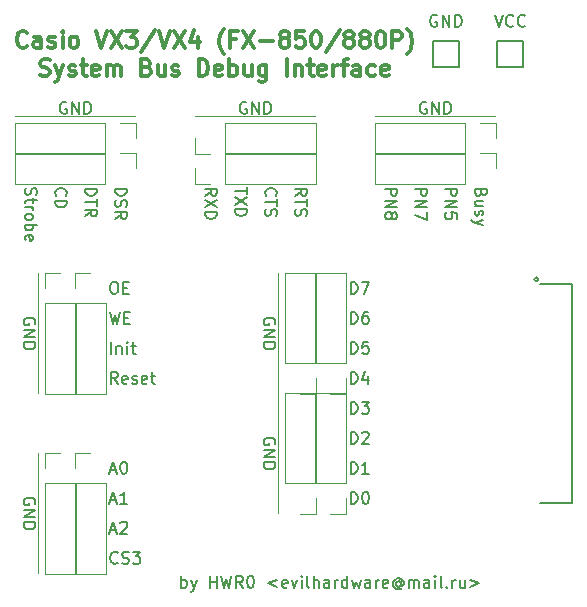
<source format=gbr>
G04 #@! TF.GenerationSoftware,KiCad,Pcbnew,(5.1.5)-3*
G04 #@! TF.CreationDate,2020-01-25T21:01:36+03:00*
G04 #@! TF.ProjectId,Casio VX Debug Unit,43617369-6f20-4565-9820-446562756720,rev?*
G04 #@! TF.SameCoordinates,Original*
G04 #@! TF.FileFunction,Legend,Top*
G04 #@! TF.FilePolarity,Positive*
%FSLAX46Y46*%
G04 Gerber Fmt 4.6, Leading zero omitted, Abs format (unit mm)*
G04 Created by KiCad (PCBNEW (5.1.5)-3) date 2020-01-25 21:01:36*
%MOMM*%
%LPD*%
G04 APERTURE LIST*
%ADD10C,0.150000*%
%ADD11C,0.300000*%
%ADD12C,0.120000*%
G04 APERTURE END LIST*
D10*
X185500952Y-126944380D02*
X185500952Y-125944380D01*
X185500952Y-126325333D02*
X185596190Y-126277714D01*
X185786666Y-126277714D01*
X185881904Y-126325333D01*
X185929523Y-126372952D01*
X185977142Y-126468190D01*
X185977142Y-126753904D01*
X185929523Y-126849142D01*
X185881904Y-126896761D01*
X185786666Y-126944380D01*
X185596190Y-126944380D01*
X185500952Y-126896761D01*
X186310476Y-126277714D02*
X186548571Y-126944380D01*
X186786666Y-126277714D02*
X186548571Y-126944380D01*
X186453333Y-127182476D01*
X186405714Y-127230095D01*
X186310476Y-127277714D01*
X187929523Y-126944380D02*
X187929523Y-125944380D01*
X187929523Y-126420571D02*
X188500952Y-126420571D01*
X188500952Y-126944380D02*
X188500952Y-125944380D01*
X188881904Y-125944380D02*
X189120000Y-126944380D01*
X189310476Y-126230095D01*
X189500952Y-126944380D01*
X189739047Y-125944380D01*
X190691428Y-126944380D02*
X190358095Y-126468190D01*
X190120000Y-126944380D02*
X190120000Y-125944380D01*
X190500952Y-125944380D01*
X190596190Y-125992000D01*
X190643809Y-126039619D01*
X190691428Y-126134857D01*
X190691428Y-126277714D01*
X190643809Y-126372952D01*
X190596190Y-126420571D01*
X190500952Y-126468190D01*
X190120000Y-126468190D01*
X191310476Y-125944380D02*
X191405714Y-125944380D01*
X191500952Y-125992000D01*
X191548571Y-126039619D01*
X191596190Y-126134857D01*
X191643809Y-126325333D01*
X191643809Y-126563428D01*
X191596190Y-126753904D01*
X191548571Y-126849142D01*
X191500952Y-126896761D01*
X191405714Y-126944380D01*
X191310476Y-126944380D01*
X191215238Y-126896761D01*
X191167619Y-126849142D01*
X191120000Y-126753904D01*
X191072380Y-126563428D01*
X191072380Y-126325333D01*
X191120000Y-126134857D01*
X191167619Y-126039619D01*
X191215238Y-125992000D01*
X191310476Y-125944380D01*
X193596190Y-126277714D02*
X192834285Y-126563428D01*
X193596190Y-126849142D01*
X194453333Y-126896761D02*
X194358095Y-126944380D01*
X194167619Y-126944380D01*
X194072380Y-126896761D01*
X194024761Y-126801523D01*
X194024761Y-126420571D01*
X194072380Y-126325333D01*
X194167619Y-126277714D01*
X194358095Y-126277714D01*
X194453333Y-126325333D01*
X194500952Y-126420571D01*
X194500952Y-126515809D01*
X194024761Y-126611047D01*
X194834285Y-126277714D02*
X195072380Y-126944380D01*
X195310476Y-126277714D01*
X195691428Y-126944380D02*
X195691428Y-126277714D01*
X195691428Y-125944380D02*
X195643809Y-125992000D01*
X195691428Y-126039619D01*
X195739047Y-125992000D01*
X195691428Y-125944380D01*
X195691428Y-126039619D01*
X196310476Y-126944380D02*
X196215238Y-126896761D01*
X196167619Y-126801523D01*
X196167619Y-125944380D01*
X196691428Y-126944380D02*
X196691428Y-125944380D01*
X197120000Y-126944380D02*
X197120000Y-126420571D01*
X197072380Y-126325333D01*
X196977142Y-126277714D01*
X196834285Y-126277714D01*
X196739047Y-126325333D01*
X196691428Y-126372952D01*
X198024761Y-126944380D02*
X198024761Y-126420571D01*
X197977142Y-126325333D01*
X197881904Y-126277714D01*
X197691428Y-126277714D01*
X197596190Y-126325333D01*
X198024761Y-126896761D02*
X197929523Y-126944380D01*
X197691428Y-126944380D01*
X197596190Y-126896761D01*
X197548571Y-126801523D01*
X197548571Y-126706285D01*
X197596190Y-126611047D01*
X197691428Y-126563428D01*
X197929523Y-126563428D01*
X198024761Y-126515809D01*
X198500952Y-126944380D02*
X198500952Y-126277714D01*
X198500952Y-126468190D02*
X198548571Y-126372952D01*
X198596190Y-126325333D01*
X198691428Y-126277714D01*
X198786666Y-126277714D01*
X199548571Y-126944380D02*
X199548571Y-125944380D01*
X199548571Y-126896761D02*
X199453333Y-126944380D01*
X199262857Y-126944380D01*
X199167619Y-126896761D01*
X199120000Y-126849142D01*
X199072380Y-126753904D01*
X199072380Y-126468190D01*
X199120000Y-126372952D01*
X199167619Y-126325333D01*
X199262857Y-126277714D01*
X199453333Y-126277714D01*
X199548571Y-126325333D01*
X199929523Y-126277714D02*
X200120000Y-126944380D01*
X200310476Y-126468190D01*
X200500952Y-126944380D01*
X200691428Y-126277714D01*
X201500952Y-126944380D02*
X201500952Y-126420571D01*
X201453333Y-126325333D01*
X201358095Y-126277714D01*
X201167619Y-126277714D01*
X201072380Y-126325333D01*
X201500952Y-126896761D02*
X201405714Y-126944380D01*
X201167619Y-126944380D01*
X201072380Y-126896761D01*
X201024761Y-126801523D01*
X201024761Y-126706285D01*
X201072380Y-126611047D01*
X201167619Y-126563428D01*
X201405714Y-126563428D01*
X201500952Y-126515809D01*
X201977142Y-126944380D02*
X201977142Y-126277714D01*
X201977142Y-126468190D02*
X202024761Y-126372952D01*
X202072380Y-126325333D01*
X202167619Y-126277714D01*
X202262857Y-126277714D01*
X202977142Y-126896761D02*
X202881904Y-126944380D01*
X202691428Y-126944380D01*
X202596190Y-126896761D01*
X202548571Y-126801523D01*
X202548571Y-126420571D01*
X202596190Y-126325333D01*
X202691428Y-126277714D01*
X202881904Y-126277714D01*
X202977142Y-126325333D01*
X203024761Y-126420571D01*
X203024761Y-126515809D01*
X202548571Y-126611047D01*
X204072380Y-126468190D02*
X204024761Y-126420571D01*
X203929523Y-126372952D01*
X203834285Y-126372952D01*
X203739047Y-126420571D01*
X203691428Y-126468190D01*
X203643809Y-126563428D01*
X203643809Y-126658666D01*
X203691428Y-126753904D01*
X203739047Y-126801523D01*
X203834285Y-126849142D01*
X203929523Y-126849142D01*
X204024761Y-126801523D01*
X204072380Y-126753904D01*
X204072380Y-126372952D02*
X204072380Y-126753904D01*
X204120000Y-126801523D01*
X204167619Y-126801523D01*
X204262857Y-126753904D01*
X204310476Y-126658666D01*
X204310476Y-126420571D01*
X204215238Y-126277714D01*
X204072380Y-126182476D01*
X203881904Y-126134857D01*
X203691428Y-126182476D01*
X203548571Y-126277714D01*
X203453333Y-126420571D01*
X203405714Y-126611047D01*
X203453333Y-126801523D01*
X203548571Y-126944380D01*
X203691428Y-127039619D01*
X203881904Y-127087238D01*
X204072380Y-127039619D01*
X204215238Y-126944380D01*
X204739047Y-126944380D02*
X204739047Y-126277714D01*
X204739047Y-126372952D02*
X204786666Y-126325333D01*
X204881904Y-126277714D01*
X205024761Y-126277714D01*
X205120000Y-126325333D01*
X205167619Y-126420571D01*
X205167619Y-126944380D01*
X205167619Y-126420571D02*
X205215238Y-126325333D01*
X205310476Y-126277714D01*
X205453333Y-126277714D01*
X205548571Y-126325333D01*
X205596190Y-126420571D01*
X205596190Y-126944380D01*
X206500952Y-126944380D02*
X206500952Y-126420571D01*
X206453333Y-126325333D01*
X206358095Y-126277714D01*
X206167619Y-126277714D01*
X206072380Y-126325333D01*
X206500952Y-126896761D02*
X206405714Y-126944380D01*
X206167619Y-126944380D01*
X206072380Y-126896761D01*
X206024761Y-126801523D01*
X206024761Y-126706285D01*
X206072380Y-126611047D01*
X206167619Y-126563428D01*
X206405714Y-126563428D01*
X206500952Y-126515809D01*
X206977142Y-126944380D02*
X206977142Y-126277714D01*
X206977142Y-125944380D02*
X206929523Y-125992000D01*
X206977142Y-126039619D01*
X207024761Y-125992000D01*
X206977142Y-125944380D01*
X206977142Y-126039619D01*
X207596190Y-126944380D02*
X207500952Y-126896761D01*
X207453333Y-126801523D01*
X207453333Y-125944380D01*
X207977142Y-126849142D02*
X208024761Y-126896761D01*
X207977142Y-126944380D01*
X207929523Y-126896761D01*
X207977142Y-126849142D01*
X207977142Y-126944380D01*
X208453333Y-126944380D02*
X208453333Y-126277714D01*
X208453333Y-126468190D02*
X208500952Y-126372952D01*
X208548571Y-126325333D01*
X208643809Y-126277714D01*
X208739047Y-126277714D01*
X209500952Y-126277714D02*
X209500952Y-126944380D01*
X209072380Y-126277714D02*
X209072380Y-126801523D01*
X209120000Y-126896761D01*
X209215238Y-126944380D01*
X209358095Y-126944380D01*
X209453333Y-126896761D01*
X209500952Y-126849142D01*
X209977142Y-126277714D02*
X210739047Y-126563428D01*
X209977142Y-126849142D01*
D11*
X172441000Y-81088000D02*
X172374333Y-81154666D01*
X172174333Y-81221333D01*
X172041000Y-81221333D01*
X171841000Y-81154666D01*
X171707666Y-81021333D01*
X171641000Y-80888000D01*
X171574333Y-80621333D01*
X171574333Y-80421333D01*
X171641000Y-80154666D01*
X171707666Y-80021333D01*
X171841000Y-79888000D01*
X172041000Y-79821333D01*
X172174333Y-79821333D01*
X172374333Y-79888000D01*
X172441000Y-79954666D01*
X173641000Y-81221333D02*
X173641000Y-80488000D01*
X173574333Y-80354666D01*
X173441000Y-80288000D01*
X173174333Y-80288000D01*
X173041000Y-80354666D01*
X173641000Y-81154666D02*
X173507666Y-81221333D01*
X173174333Y-81221333D01*
X173041000Y-81154666D01*
X172974333Y-81021333D01*
X172974333Y-80888000D01*
X173041000Y-80754666D01*
X173174333Y-80688000D01*
X173507666Y-80688000D01*
X173641000Y-80621333D01*
X174241000Y-81154666D02*
X174374333Y-81221333D01*
X174641000Y-81221333D01*
X174774333Y-81154666D01*
X174841000Y-81021333D01*
X174841000Y-80954666D01*
X174774333Y-80821333D01*
X174641000Y-80754666D01*
X174441000Y-80754666D01*
X174307666Y-80688000D01*
X174241000Y-80554666D01*
X174241000Y-80488000D01*
X174307666Y-80354666D01*
X174441000Y-80288000D01*
X174641000Y-80288000D01*
X174774333Y-80354666D01*
X175441000Y-81221333D02*
X175441000Y-80288000D01*
X175441000Y-79821333D02*
X175374333Y-79888000D01*
X175441000Y-79954666D01*
X175507666Y-79888000D01*
X175441000Y-79821333D01*
X175441000Y-79954666D01*
X176307666Y-81221333D02*
X176174333Y-81154666D01*
X176107666Y-81088000D01*
X176041000Y-80954666D01*
X176041000Y-80554666D01*
X176107666Y-80421333D01*
X176174333Y-80354666D01*
X176307666Y-80288000D01*
X176507666Y-80288000D01*
X176641000Y-80354666D01*
X176707666Y-80421333D01*
X176774333Y-80554666D01*
X176774333Y-80954666D01*
X176707666Y-81088000D01*
X176641000Y-81154666D01*
X176507666Y-81221333D01*
X176307666Y-81221333D01*
X178241000Y-79821333D02*
X178707666Y-81221333D01*
X179174333Y-79821333D01*
X179507666Y-79821333D02*
X180441000Y-81221333D01*
X180441000Y-79821333D02*
X179507666Y-81221333D01*
X180841000Y-79821333D02*
X181707666Y-79821333D01*
X181241000Y-80354666D01*
X181441000Y-80354666D01*
X181574333Y-80421333D01*
X181641000Y-80488000D01*
X181707666Y-80621333D01*
X181707666Y-80954666D01*
X181641000Y-81088000D01*
X181574333Y-81154666D01*
X181441000Y-81221333D01*
X181041000Y-81221333D01*
X180907666Y-81154666D01*
X180841000Y-81088000D01*
X183307666Y-79754666D02*
X182107666Y-81554666D01*
X183574333Y-79821333D02*
X184041000Y-81221333D01*
X184507666Y-79821333D01*
X184841000Y-79821333D02*
X185774333Y-81221333D01*
X185774333Y-79821333D02*
X184841000Y-81221333D01*
X186907666Y-80288000D02*
X186907666Y-81221333D01*
X186574333Y-79754666D02*
X186241000Y-80754666D01*
X187107666Y-80754666D01*
X189107666Y-81754666D02*
X189041000Y-81688000D01*
X188907666Y-81488000D01*
X188841000Y-81354666D01*
X188774333Y-81154666D01*
X188707666Y-80821333D01*
X188707666Y-80554666D01*
X188774333Y-80221333D01*
X188841000Y-80021333D01*
X188907666Y-79888000D01*
X189041000Y-79688000D01*
X189107666Y-79621333D01*
X190107666Y-80488000D02*
X189641000Y-80488000D01*
X189641000Y-81221333D02*
X189641000Y-79821333D01*
X190307666Y-79821333D01*
X190707666Y-79821333D02*
X191641000Y-81221333D01*
X191641000Y-79821333D02*
X190707666Y-81221333D01*
X192174333Y-80688000D02*
X193241000Y-80688000D01*
X194107666Y-80421333D02*
X193974333Y-80354666D01*
X193907666Y-80288000D01*
X193841000Y-80154666D01*
X193841000Y-80088000D01*
X193907666Y-79954666D01*
X193974333Y-79888000D01*
X194107666Y-79821333D01*
X194374333Y-79821333D01*
X194507666Y-79888000D01*
X194574333Y-79954666D01*
X194641000Y-80088000D01*
X194641000Y-80154666D01*
X194574333Y-80288000D01*
X194507666Y-80354666D01*
X194374333Y-80421333D01*
X194107666Y-80421333D01*
X193974333Y-80488000D01*
X193907666Y-80554666D01*
X193841000Y-80688000D01*
X193841000Y-80954666D01*
X193907666Y-81088000D01*
X193974333Y-81154666D01*
X194107666Y-81221333D01*
X194374333Y-81221333D01*
X194507666Y-81154666D01*
X194574333Y-81088000D01*
X194641000Y-80954666D01*
X194641000Y-80688000D01*
X194574333Y-80554666D01*
X194507666Y-80488000D01*
X194374333Y-80421333D01*
X195907666Y-79821333D02*
X195241000Y-79821333D01*
X195174333Y-80488000D01*
X195241000Y-80421333D01*
X195374333Y-80354666D01*
X195707666Y-80354666D01*
X195841000Y-80421333D01*
X195907666Y-80488000D01*
X195974333Y-80621333D01*
X195974333Y-80954666D01*
X195907666Y-81088000D01*
X195841000Y-81154666D01*
X195707666Y-81221333D01*
X195374333Y-81221333D01*
X195241000Y-81154666D01*
X195174333Y-81088000D01*
X196841000Y-79821333D02*
X196974333Y-79821333D01*
X197107666Y-79888000D01*
X197174333Y-79954666D01*
X197241000Y-80088000D01*
X197307666Y-80354666D01*
X197307666Y-80688000D01*
X197241000Y-80954666D01*
X197174333Y-81088000D01*
X197107666Y-81154666D01*
X196974333Y-81221333D01*
X196841000Y-81221333D01*
X196707666Y-81154666D01*
X196641000Y-81088000D01*
X196574333Y-80954666D01*
X196507666Y-80688000D01*
X196507666Y-80354666D01*
X196574333Y-80088000D01*
X196641000Y-79954666D01*
X196707666Y-79888000D01*
X196841000Y-79821333D01*
X198907666Y-79754666D02*
X197707666Y-81554666D01*
X199574333Y-80421333D02*
X199441000Y-80354666D01*
X199374333Y-80288000D01*
X199307666Y-80154666D01*
X199307666Y-80088000D01*
X199374333Y-79954666D01*
X199441000Y-79888000D01*
X199574333Y-79821333D01*
X199841000Y-79821333D01*
X199974333Y-79888000D01*
X200041000Y-79954666D01*
X200107666Y-80088000D01*
X200107666Y-80154666D01*
X200041000Y-80288000D01*
X199974333Y-80354666D01*
X199841000Y-80421333D01*
X199574333Y-80421333D01*
X199441000Y-80488000D01*
X199374333Y-80554666D01*
X199307666Y-80688000D01*
X199307666Y-80954666D01*
X199374333Y-81088000D01*
X199441000Y-81154666D01*
X199574333Y-81221333D01*
X199841000Y-81221333D01*
X199974333Y-81154666D01*
X200041000Y-81088000D01*
X200107666Y-80954666D01*
X200107666Y-80688000D01*
X200041000Y-80554666D01*
X199974333Y-80488000D01*
X199841000Y-80421333D01*
X200907666Y-80421333D02*
X200774333Y-80354666D01*
X200707666Y-80288000D01*
X200641000Y-80154666D01*
X200641000Y-80088000D01*
X200707666Y-79954666D01*
X200774333Y-79888000D01*
X200907666Y-79821333D01*
X201174333Y-79821333D01*
X201307666Y-79888000D01*
X201374333Y-79954666D01*
X201441000Y-80088000D01*
X201441000Y-80154666D01*
X201374333Y-80288000D01*
X201307666Y-80354666D01*
X201174333Y-80421333D01*
X200907666Y-80421333D01*
X200774333Y-80488000D01*
X200707666Y-80554666D01*
X200641000Y-80688000D01*
X200641000Y-80954666D01*
X200707666Y-81088000D01*
X200774333Y-81154666D01*
X200907666Y-81221333D01*
X201174333Y-81221333D01*
X201307666Y-81154666D01*
X201374333Y-81088000D01*
X201441000Y-80954666D01*
X201441000Y-80688000D01*
X201374333Y-80554666D01*
X201307666Y-80488000D01*
X201174333Y-80421333D01*
X202307666Y-79821333D02*
X202440999Y-79821333D01*
X202574333Y-79888000D01*
X202640999Y-79954666D01*
X202707666Y-80088000D01*
X202774333Y-80354666D01*
X202774333Y-80688000D01*
X202707666Y-80954666D01*
X202640999Y-81088000D01*
X202574333Y-81154666D01*
X202440999Y-81221333D01*
X202307666Y-81221333D01*
X202174333Y-81154666D01*
X202107666Y-81088000D01*
X202040999Y-80954666D01*
X201974333Y-80688000D01*
X201974333Y-80354666D01*
X202040999Y-80088000D01*
X202107666Y-79954666D01*
X202174333Y-79888000D01*
X202307666Y-79821333D01*
X203374333Y-81221333D02*
X203374333Y-79821333D01*
X203907666Y-79821333D01*
X204040999Y-79888000D01*
X204107666Y-79954666D01*
X204174333Y-80088000D01*
X204174333Y-80288000D01*
X204107666Y-80421333D01*
X204040999Y-80488000D01*
X203907666Y-80554666D01*
X203374333Y-80554666D01*
X204640999Y-81754666D02*
X204707666Y-81688000D01*
X204840999Y-81488000D01*
X204907666Y-81354666D01*
X204974333Y-81154666D01*
X205041000Y-80821333D01*
X205041000Y-80554666D01*
X204974333Y-80221333D01*
X204907666Y-80021333D01*
X204840999Y-79888000D01*
X204707666Y-79688000D01*
X204640999Y-79621333D01*
X173574333Y-83554666D02*
X173774333Y-83621333D01*
X174107666Y-83621333D01*
X174241000Y-83554666D01*
X174307666Y-83488000D01*
X174374333Y-83354666D01*
X174374333Y-83221333D01*
X174307666Y-83088000D01*
X174241000Y-83021333D01*
X174107666Y-82954666D01*
X173841000Y-82888000D01*
X173707666Y-82821333D01*
X173641000Y-82754666D01*
X173574333Y-82621333D01*
X173574333Y-82488000D01*
X173641000Y-82354666D01*
X173707666Y-82288000D01*
X173841000Y-82221333D01*
X174174333Y-82221333D01*
X174374333Y-82288000D01*
X174841000Y-82688000D02*
X175174333Y-83621333D01*
X175507666Y-82688000D02*
X175174333Y-83621333D01*
X175041000Y-83954666D01*
X174974333Y-84021333D01*
X174841000Y-84088000D01*
X175974333Y-83554666D02*
X176107666Y-83621333D01*
X176374333Y-83621333D01*
X176507666Y-83554666D01*
X176574333Y-83421333D01*
X176574333Y-83354666D01*
X176507666Y-83221333D01*
X176374333Y-83154666D01*
X176174333Y-83154666D01*
X176041000Y-83088000D01*
X175974333Y-82954666D01*
X175974333Y-82888000D01*
X176041000Y-82754666D01*
X176174333Y-82688000D01*
X176374333Y-82688000D01*
X176507666Y-82754666D01*
X176974333Y-82688000D02*
X177507666Y-82688000D01*
X177174333Y-82221333D02*
X177174333Y-83421333D01*
X177241000Y-83554666D01*
X177374333Y-83621333D01*
X177507666Y-83621333D01*
X178507666Y-83554666D02*
X178374333Y-83621333D01*
X178107666Y-83621333D01*
X177974333Y-83554666D01*
X177907666Y-83421333D01*
X177907666Y-82888000D01*
X177974333Y-82754666D01*
X178107666Y-82688000D01*
X178374333Y-82688000D01*
X178507666Y-82754666D01*
X178574333Y-82888000D01*
X178574333Y-83021333D01*
X177907666Y-83154666D01*
X179174333Y-83621333D02*
X179174333Y-82688000D01*
X179174333Y-82821333D02*
X179241000Y-82754666D01*
X179374333Y-82688000D01*
X179574333Y-82688000D01*
X179707666Y-82754666D01*
X179774333Y-82888000D01*
X179774333Y-83621333D01*
X179774333Y-82888000D02*
X179841000Y-82754666D01*
X179974333Y-82688000D01*
X180174333Y-82688000D01*
X180307666Y-82754666D01*
X180374333Y-82888000D01*
X180374333Y-83621333D01*
X182574333Y-82888000D02*
X182774333Y-82954666D01*
X182841000Y-83021333D01*
X182907666Y-83154666D01*
X182907666Y-83354666D01*
X182841000Y-83488000D01*
X182774333Y-83554666D01*
X182641000Y-83621333D01*
X182107666Y-83621333D01*
X182107666Y-82221333D01*
X182574333Y-82221333D01*
X182707666Y-82288000D01*
X182774333Y-82354666D01*
X182841000Y-82488000D01*
X182841000Y-82621333D01*
X182774333Y-82754666D01*
X182707666Y-82821333D01*
X182574333Y-82888000D01*
X182107666Y-82888000D01*
X184107666Y-82688000D02*
X184107666Y-83621333D01*
X183507666Y-82688000D02*
X183507666Y-83421333D01*
X183574333Y-83554666D01*
X183707666Y-83621333D01*
X183907666Y-83621333D01*
X184041000Y-83554666D01*
X184107666Y-83488000D01*
X184707666Y-83554666D02*
X184841000Y-83621333D01*
X185107666Y-83621333D01*
X185241000Y-83554666D01*
X185307666Y-83421333D01*
X185307666Y-83354666D01*
X185241000Y-83221333D01*
X185107666Y-83154666D01*
X184907666Y-83154666D01*
X184774333Y-83088000D01*
X184707666Y-82954666D01*
X184707666Y-82888000D01*
X184774333Y-82754666D01*
X184907666Y-82688000D01*
X185107666Y-82688000D01*
X185241000Y-82754666D01*
X186974333Y-83621333D02*
X186974333Y-82221333D01*
X187307666Y-82221333D01*
X187507666Y-82288000D01*
X187641000Y-82421333D01*
X187707666Y-82554666D01*
X187774333Y-82821333D01*
X187774333Y-83021333D01*
X187707666Y-83288000D01*
X187641000Y-83421333D01*
X187507666Y-83554666D01*
X187307666Y-83621333D01*
X186974333Y-83621333D01*
X188907666Y-83554666D02*
X188774333Y-83621333D01*
X188507666Y-83621333D01*
X188374333Y-83554666D01*
X188307666Y-83421333D01*
X188307666Y-82888000D01*
X188374333Y-82754666D01*
X188507666Y-82688000D01*
X188774333Y-82688000D01*
X188907666Y-82754666D01*
X188974333Y-82888000D01*
X188974333Y-83021333D01*
X188307666Y-83154666D01*
X189574333Y-83621333D02*
X189574333Y-82221333D01*
X189574333Y-82754666D02*
X189707666Y-82688000D01*
X189974333Y-82688000D01*
X190107666Y-82754666D01*
X190174333Y-82821333D01*
X190241000Y-82954666D01*
X190241000Y-83354666D01*
X190174333Y-83488000D01*
X190107666Y-83554666D01*
X189974333Y-83621333D01*
X189707666Y-83621333D01*
X189574333Y-83554666D01*
X191441000Y-82688000D02*
X191441000Y-83621333D01*
X190841000Y-82688000D02*
X190841000Y-83421333D01*
X190907666Y-83554666D01*
X191041000Y-83621333D01*
X191241000Y-83621333D01*
X191374333Y-83554666D01*
X191441000Y-83488000D01*
X192707666Y-82688000D02*
X192707666Y-83821333D01*
X192641000Y-83954666D01*
X192574333Y-84021333D01*
X192441000Y-84088000D01*
X192241000Y-84088000D01*
X192107666Y-84021333D01*
X192707666Y-83554666D02*
X192574333Y-83621333D01*
X192307666Y-83621333D01*
X192174333Y-83554666D01*
X192107666Y-83488000D01*
X192041000Y-83354666D01*
X192041000Y-82954666D01*
X192107666Y-82821333D01*
X192174333Y-82754666D01*
X192307666Y-82688000D01*
X192574333Y-82688000D01*
X192707666Y-82754666D01*
X194441000Y-83621333D02*
X194441000Y-82221333D01*
X195107666Y-82688000D02*
X195107666Y-83621333D01*
X195107666Y-82821333D02*
X195174333Y-82754666D01*
X195307666Y-82688000D01*
X195507666Y-82688000D01*
X195641000Y-82754666D01*
X195707666Y-82888000D01*
X195707666Y-83621333D01*
X196174333Y-82688000D02*
X196707666Y-82688000D01*
X196374333Y-82221333D02*
X196374333Y-83421333D01*
X196441000Y-83554666D01*
X196574333Y-83621333D01*
X196707666Y-83621333D01*
X197707666Y-83554666D02*
X197574333Y-83621333D01*
X197307666Y-83621333D01*
X197174333Y-83554666D01*
X197107666Y-83421333D01*
X197107666Y-82888000D01*
X197174333Y-82754666D01*
X197307666Y-82688000D01*
X197574333Y-82688000D01*
X197707666Y-82754666D01*
X197774333Y-82888000D01*
X197774333Y-83021333D01*
X197107666Y-83154666D01*
X198374333Y-83621333D02*
X198374333Y-82688000D01*
X198374333Y-82954666D02*
X198441000Y-82821333D01*
X198507666Y-82754666D01*
X198641000Y-82688000D01*
X198774333Y-82688000D01*
X199041000Y-82688000D02*
X199574333Y-82688000D01*
X199241000Y-83621333D02*
X199241000Y-82421333D01*
X199307666Y-82288000D01*
X199441000Y-82221333D01*
X199574333Y-82221333D01*
X200641000Y-83621333D02*
X200641000Y-82888000D01*
X200574333Y-82754666D01*
X200441000Y-82688000D01*
X200174333Y-82688000D01*
X200041000Y-82754666D01*
X200641000Y-83554666D02*
X200507666Y-83621333D01*
X200174333Y-83621333D01*
X200041000Y-83554666D01*
X199974333Y-83421333D01*
X199974333Y-83288000D01*
X200041000Y-83154666D01*
X200174333Y-83088000D01*
X200507666Y-83088000D01*
X200641000Y-83021333D01*
X201907666Y-83554666D02*
X201774333Y-83621333D01*
X201507666Y-83621333D01*
X201374333Y-83554666D01*
X201307666Y-83488000D01*
X201241000Y-83354666D01*
X201241000Y-82954666D01*
X201307666Y-82821333D01*
X201374333Y-82754666D01*
X201507666Y-82688000D01*
X201774333Y-82688000D01*
X201907666Y-82754666D01*
X203041000Y-83554666D02*
X202907666Y-83621333D01*
X202641000Y-83621333D01*
X202507666Y-83554666D01*
X202441000Y-83421333D01*
X202441000Y-82888000D01*
X202507666Y-82754666D01*
X202641000Y-82688000D01*
X202907666Y-82688000D01*
X203041000Y-82754666D01*
X203107666Y-82888000D01*
X203107666Y-83021333D01*
X202441000Y-83154666D01*
D12*
X193675000Y-120650000D02*
X193675000Y-100330000D01*
X173355000Y-125730000D02*
X173355000Y-115570000D01*
X173355000Y-110490000D02*
X173355000Y-100330000D01*
X201930000Y-86995000D02*
X212090000Y-86995000D01*
X186690000Y-86995000D02*
X196850000Y-86995000D01*
X171450000Y-86995000D02*
X181610000Y-86995000D01*
D10*
X193413000Y-104648095D02*
X193460619Y-104552857D01*
X193460619Y-104410000D01*
X193413000Y-104267142D01*
X193317761Y-104171904D01*
X193222523Y-104124285D01*
X193032047Y-104076666D01*
X192889190Y-104076666D01*
X192698714Y-104124285D01*
X192603476Y-104171904D01*
X192508238Y-104267142D01*
X192460619Y-104410000D01*
X192460619Y-104505238D01*
X192508238Y-104648095D01*
X192555857Y-104695714D01*
X192889190Y-104695714D01*
X192889190Y-104505238D01*
X192460619Y-105124285D02*
X193460619Y-105124285D01*
X192460619Y-105695714D01*
X193460619Y-105695714D01*
X192460619Y-106171904D02*
X193460619Y-106171904D01*
X193460619Y-106410000D01*
X193413000Y-106552857D01*
X193317761Y-106648095D01*
X193222523Y-106695714D01*
X193032047Y-106743333D01*
X192889190Y-106743333D01*
X192698714Y-106695714D01*
X192603476Y-106648095D01*
X192508238Y-106552857D01*
X192460619Y-106410000D01*
X192460619Y-106171904D01*
X193413000Y-114808095D02*
X193460619Y-114712857D01*
X193460619Y-114570000D01*
X193413000Y-114427142D01*
X193317761Y-114331904D01*
X193222523Y-114284285D01*
X193032047Y-114236666D01*
X192889190Y-114236666D01*
X192698714Y-114284285D01*
X192603476Y-114331904D01*
X192508238Y-114427142D01*
X192460619Y-114570000D01*
X192460619Y-114665238D01*
X192508238Y-114808095D01*
X192555857Y-114855714D01*
X192889190Y-114855714D01*
X192889190Y-114665238D01*
X192460619Y-115284285D02*
X193460619Y-115284285D01*
X192460619Y-115855714D01*
X193460619Y-115855714D01*
X192460619Y-116331904D02*
X193460619Y-116331904D01*
X193460619Y-116570000D01*
X193413000Y-116712857D01*
X193317761Y-116808095D01*
X193222523Y-116855714D01*
X193032047Y-116903333D01*
X192889190Y-116903333D01*
X192698714Y-116855714D01*
X192603476Y-116808095D01*
X192508238Y-116712857D01*
X192460619Y-116570000D01*
X192460619Y-116331904D01*
X173093000Y-119888095D02*
X173140619Y-119792857D01*
X173140619Y-119650000D01*
X173093000Y-119507142D01*
X172997761Y-119411904D01*
X172902523Y-119364285D01*
X172712047Y-119316666D01*
X172569190Y-119316666D01*
X172378714Y-119364285D01*
X172283476Y-119411904D01*
X172188238Y-119507142D01*
X172140619Y-119650000D01*
X172140619Y-119745238D01*
X172188238Y-119888095D01*
X172235857Y-119935714D01*
X172569190Y-119935714D01*
X172569190Y-119745238D01*
X172140619Y-120364285D02*
X173140619Y-120364285D01*
X172140619Y-120935714D01*
X173140619Y-120935714D01*
X172140619Y-121411904D02*
X173140619Y-121411904D01*
X173140619Y-121650000D01*
X173093000Y-121792857D01*
X172997761Y-121888095D01*
X172902523Y-121935714D01*
X172712047Y-121983333D01*
X172569190Y-121983333D01*
X172378714Y-121935714D01*
X172283476Y-121888095D01*
X172188238Y-121792857D01*
X172140619Y-121650000D01*
X172140619Y-121411904D01*
X173093000Y-104648095D02*
X173140619Y-104552857D01*
X173140619Y-104410000D01*
X173093000Y-104267142D01*
X172997761Y-104171904D01*
X172902523Y-104124285D01*
X172712047Y-104076666D01*
X172569190Y-104076666D01*
X172378714Y-104124285D01*
X172283476Y-104171904D01*
X172188238Y-104267142D01*
X172140619Y-104410000D01*
X172140619Y-104505238D01*
X172188238Y-104648095D01*
X172235857Y-104695714D01*
X172569190Y-104695714D01*
X172569190Y-104505238D01*
X172140619Y-105124285D02*
X173140619Y-105124285D01*
X172140619Y-105695714D01*
X173140619Y-105695714D01*
X172140619Y-106171904D02*
X173140619Y-106171904D01*
X173140619Y-106410000D01*
X173093000Y-106552857D01*
X172997761Y-106648095D01*
X172902523Y-106695714D01*
X172712047Y-106743333D01*
X172569190Y-106743333D01*
X172378714Y-106695714D01*
X172283476Y-106648095D01*
X172188238Y-106552857D01*
X172140619Y-106410000D01*
X172140619Y-106171904D01*
X206248095Y-85860000D02*
X206152857Y-85812380D01*
X206010000Y-85812380D01*
X205867142Y-85860000D01*
X205771904Y-85955238D01*
X205724285Y-86050476D01*
X205676666Y-86240952D01*
X205676666Y-86383809D01*
X205724285Y-86574285D01*
X205771904Y-86669523D01*
X205867142Y-86764761D01*
X206010000Y-86812380D01*
X206105238Y-86812380D01*
X206248095Y-86764761D01*
X206295714Y-86717142D01*
X206295714Y-86383809D01*
X206105238Y-86383809D01*
X206724285Y-86812380D02*
X206724285Y-85812380D01*
X207295714Y-86812380D01*
X207295714Y-85812380D01*
X207771904Y-86812380D02*
X207771904Y-85812380D01*
X208010000Y-85812380D01*
X208152857Y-85860000D01*
X208248095Y-85955238D01*
X208295714Y-86050476D01*
X208343333Y-86240952D01*
X208343333Y-86383809D01*
X208295714Y-86574285D01*
X208248095Y-86669523D01*
X208152857Y-86764761D01*
X208010000Y-86812380D01*
X207771904Y-86812380D01*
X191008095Y-85860000D02*
X190912857Y-85812380D01*
X190770000Y-85812380D01*
X190627142Y-85860000D01*
X190531904Y-85955238D01*
X190484285Y-86050476D01*
X190436666Y-86240952D01*
X190436666Y-86383809D01*
X190484285Y-86574285D01*
X190531904Y-86669523D01*
X190627142Y-86764761D01*
X190770000Y-86812380D01*
X190865238Y-86812380D01*
X191008095Y-86764761D01*
X191055714Y-86717142D01*
X191055714Y-86383809D01*
X190865238Y-86383809D01*
X191484285Y-86812380D02*
X191484285Y-85812380D01*
X192055714Y-86812380D01*
X192055714Y-85812380D01*
X192531904Y-86812380D02*
X192531904Y-85812380D01*
X192770000Y-85812380D01*
X192912857Y-85860000D01*
X193008095Y-85955238D01*
X193055714Y-86050476D01*
X193103333Y-86240952D01*
X193103333Y-86383809D01*
X193055714Y-86574285D01*
X193008095Y-86669523D01*
X192912857Y-86764761D01*
X192770000Y-86812380D01*
X192531904Y-86812380D01*
X175768095Y-85860000D02*
X175672857Y-85812380D01*
X175530000Y-85812380D01*
X175387142Y-85860000D01*
X175291904Y-85955238D01*
X175244285Y-86050476D01*
X175196666Y-86240952D01*
X175196666Y-86383809D01*
X175244285Y-86574285D01*
X175291904Y-86669523D01*
X175387142Y-86764761D01*
X175530000Y-86812380D01*
X175625238Y-86812380D01*
X175768095Y-86764761D01*
X175815714Y-86717142D01*
X175815714Y-86383809D01*
X175625238Y-86383809D01*
X176244285Y-86812380D02*
X176244285Y-85812380D01*
X176815714Y-86812380D01*
X176815714Y-85812380D01*
X177291904Y-86812380D02*
X177291904Y-85812380D01*
X177530000Y-85812380D01*
X177672857Y-85860000D01*
X177768095Y-85955238D01*
X177815714Y-86050476D01*
X177863333Y-86240952D01*
X177863333Y-86383809D01*
X177815714Y-86574285D01*
X177768095Y-86669523D01*
X177672857Y-86764761D01*
X177530000Y-86812380D01*
X177291904Y-86812380D01*
X199852595Y-119832380D02*
X199852595Y-118832380D01*
X200090690Y-118832380D01*
X200233547Y-118880000D01*
X200328785Y-118975238D01*
X200376404Y-119070476D01*
X200424023Y-119260952D01*
X200424023Y-119403809D01*
X200376404Y-119594285D01*
X200328785Y-119689523D01*
X200233547Y-119784761D01*
X200090690Y-119832380D01*
X199852595Y-119832380D01*
X201043071Y-118832380D02*
X201138309Y-118832380D01*
X201233547Y-118880000D01*
X201281166Y-118927619D01*
X201328785Y-119022857D01*
X201376404Y-119213333D01*
X201376404Y-119451428D01*
X201328785Y-119641904D01*
X201281166Y-119737142D01*
X201233547Y-119784761D01*
X201138309Y-119832380D01*
X201043071Y-119832380D01*
X200947833Y-119784761D01*
X200900214Y-119737142D01*
X200852595Y-119641904D01*
X200804976Y-119451428D01*
X200804976Y-119213333D01*
X200852595Y-119022857D01*
X200900214Y-118927619D01*
X200947833Y-118880000D01*
X201043071Y-118832380D01*
X199852595Y-117292380D02*
X199852595Y-116292380D01*
X200090690Y-116292380D01*
X200233547Y-116340000D01*
X200328785Y-116435238D01*
X200376404Y-116530476D01*
X200424023Y-116720952D01*
X200424023Y-116863809D01*
X200376404Y-117054285D01*
X200328785Y-117149523D01*
X200233547Y-117244761D01*
X200090690Y-117292380D01*
X199852595Y-117292380D01*
X201376404Y-117292380D02*
X200804976Y-117292380D01*
X201090690Y-117292380D02*
X201090690Y-116292380D01*
X200995452Y-116435238D01*
X200900214Y-116530476D01*
X200804976Y-116578095D01*
X199852595Y-114752380D02*
X199852595Y-113752380D01*
X200090690Y-113752380D01*
X200233547Y-113800000D01*
X200328785Y-113895238D01*
X200376404Y-113990476D01*
X200424023Y-114180952D01*
X200424023Y-114323809D01*
X200376404Y-114514285D01*
X200328785Y-114609523D01*
X200233547Y-114704761D01*
X200090690Y-114752380D01*
X199852595Y-114752380D01*
X200804976Y-113847619D02*
X200852595Y-113800000D01*
X200947833Y-113752380D01*
X201185928Y-113752380D01*
X201281166Y-113800000D01*
X201328785Y-113847619D01*
X201376404Y-113942857D01*
X201376404Y-114038095D01*
X201328785Y-114180952D01*
X200757357Y-114752380D01*
X201376404Y-114752380D01*
X199852595Y-112212380D02*
X199852595Y-111212380D01*
X200090690Y-111212380D01*
X200233547Y-111260000D01*
X200328785Y-111355238D01*
X200376404Y-111450476D01*
X200424023Y-111640952D01*
X200424023Y-111783809D01*
X200376404Y-111974285D01*
X200328785Y-112069523D01*
X200233547Y-112164761D01*
X200090690Y-112212380D01*
X199852595Y-112212380D01*
X200757357Y-111212380D02*
X201376404Y-111212380D01*
X201043071Y-111593333D01*
X201185928Y-111593333D01*
X201281166Y-111640952D01*
X201328785Y-111688571D01*
X201376404Y-111783809D01*
X201376404Y-112021904D01*
X201328785Y-112117142D01*
X201281166Y-112164761D01*
X201185928Y-112212380D01*
X200900214Y-112212380D01*
X200804976Y-112164761D01*
X200757357Y-112117142D01*
X199852595Y-109672380D02*
X199852595Y-108672380D01*
X200090690Y-108672380D01*
X200233547Y-108720000D01*
X200328785Y-108815238D01*
X200376404Y-108910476D01*
X200424023Y-109100952D01*
X200424023Y-109243809D01*
X200376404Y-109434285D01*
X200328785Y-109529523D01*
X200233547Y-109624761D01*
X200090690Y-109672380D01*
X199852595Y-109672380D01*
X201281166Y-109005714D02*
X201281166Y-109672380D01*
X201043071Y-108624761D02*
X200804976Y-109339047D01*
X201424023Y-109339047D01*
X199852595Y-107132380D02*
X199852595Y-106132380D01*
X200090690Y-106132380D01*
X200233547Y-106180000D01*
X200328785Y-106275238D01*
X200376404Y-106370476D01*
X200424023Y-106560952D01*
X200424023Y-106703809D01*
X200376404Y-106894285D01*
X200328785Y-106989523D01*
X200233547Y-107084761D01*
X200090690Y-107132380D01*
X199852595Y-107132380D01*
X201328785Y-106132380D02*
X200852595Y-106132380D01*
X200804976Y-106608571D01*
X200852595Y-106560952D01*
X200947833Y-106513333D01*
X201185928Y-106513333D01*
X201281166Y-106560952D01*
X201328785Y-106608571D01*
X201376404Y-106703809D01*
X201376404Y-106941904D01*
X201328785Y-107037142D01*
X201281166Y-107084761D01*
X201185928Y-107132380D01*
X200947833Y-107132380D01*
X200852595Y-107084761D01*
X200804976Y-107037142D01*
X199852595Y-104592380D02*
X199852595Y-103592380D01*
X200090690Y-103592380D01*
X200233547Y-103640000D01*
X200328785Y-103735238D01*
X200376404Y-103830476D01*
X200424023Y-104020952D01*
X200424023Y-104163809D01*
X200376404Y-104354285D01*
X200328785Y-104449523D01*
X200233547Y-104544761D01*
X200090690Y-104592380D01*
X199852595Y-104592380D01*
X201281166Y-103592380D02*
X201090690Y-103592380D01*
X200995452Y-103640000D01*
X200947833Y-103687619D01*
X200852595Y-103830476D01*
X200804976Y-104020952D01*
X200804976Y-104401904D01*
X200852595Y-104497142D01*
X200900214Y-104544761D01*
X200995452Y-104592380D01*
X201185928Y-104592380D01*
X201281166Y-104544761D01*
X201328785Y-104497142D01*
X201376404Y-104401904D01*
X201376404Y-104163809D01*
X201328785Y-104068571D01*
X201281166Y-104020952D01*
X201185928Y-103973333D01*
X200995452Y-103973333D01*
X200900214Y-104020952D01*
X200852595Y-104068571D01*
X200804976Y-104163809D01*
X199852595Y-102052380D02*
X199852595Y-101052380D01*
X200090690Y-101052380D01*
X200233547Y-101100000D01*
X200328785Y-101195238D01*
X200376404Y-101290476D01*
X200424023Y-101480952D01*
X200424023Y-101623809D01*
X200376404Y-101814285D01*
X200328785Y-101909523D01*
X200233547Y-102004761D01*
X200090690Y-102052380D01*
X199852595Y-102052380D01*
X200757357Y-101052380D02*
X201424023Y-101052380D01*
X200995452Y-102052380D01*
X180104023Y-124817142D02*
X180056404Y-124864761D01*
X179913547Y-124912380D01*
X179818309Y-124912380D01*
X179675452Y-124864761D01*
X179580214Y-124769523D01*
X179532595Y-124674285D01*
X179484976Y-124483809D01*
X179484976Y-124340952D01*
X179532595Y-124150476D01*
X179580214Y-124055238D01*
X179675452Y-123960000D01*
X179818309Y-123912380D01*
X179913547Y-123912380D01*
X180056404Y-123960000D01*
X180104023Y-124007619D01*
X180484976Y-124864761D02*
X180627833Y-124912380D01*
X180865928Y-124912380D01*
X180961166Y-124864761D01*
X181008785Y-124817142D01*
X181056404Y-124721904D01*
X181056404Y-124626666D01*
X181008785Y-124531428D01*
X180961166Y-124483809D01*
X180865928Y-124436190D01*
X180675452Y-124388571D01*
X180580214Y-124340952D01*
X180532595Y-124293333D01*
X180484976Y-124198095D01*
X180484976Y-124102857D01*
X180532595Y-124007619D01*
X180580214Y-123960000D01*
X180675452Y-123912380D01*
X180913547Y-123912380D01*
X181056404Y-123960000D01*
X181389738Y-123912380D02*
X182008785Y-123912380D01*
X181675452Y-124293333D01*
X181818309Y-124293333D01*
X181913547Y-124340952D01*
X181961166Y-124388571D01*
X182008785Y-124483809D01*
X182008785Y-124721904D01*
X181961166Y-124817142D01*
X181913547Y-124864761D01*
X181818309Y-124912380D01*
X181532595Y-124912380D01*
X181437357Y-124864761D01*
X181389738Y-124817142D01*
X179484976Y-122086666D02*
X179961166Y-122086666D01*
X179389738Y-122372380D02*
X179723071Y-121372380D01*
X180056404Y-122372380D01*
X180342119Y-121467619D02*
X180389738Y-121420000D01*
X180484976Y-121372380D01*
X180723071Y-121372380D01*
X180818309Y-121420000D01*
X180865928Y-121467619D01*
X180913547Y-121562857D01*
X180913547Y-121658095D01*
X180865928Y-121800952D01*
X180294500Y-122372380D01*
X180913547Y-122372380D01*
X179484976Y-117006666D02*
X179961166Y-117006666D01*
X179389738Y-117292380D02*
X179723071Y-116292380D01*
X180056404Y-117292380D01*
X180580214Y-116292380D02*
X180675452Y-116292380D01*
X180770690Y-116340000D01*
X180818309Y-116387619D01*
X180865928Y-116482857D01*
X180913547Y-116673333D01*
X180913547Y-116911428D01*
X180865928Y-117101904D01*
X180818309Y-117197142D01*
X180770690Y-117244761D01*
X180675452Y-117292380D01*
X180580214Y-117292380D01*
X180484976Y-117244761D01*
X180437357Y-117197142D01*
X180389738Y-117101904D01*
X180342119Y-116911428D01*
X180342119Y-116673333D01*
X180389738Y-116482857D01*
X180437357Y-116387619D01*
X180484976Y-116340000D01*
X180580214Y-116292380D01*
X179484976Y-119546666D02*
X179961166Y-119546666D01*
X179389738Y-119832380D02*
X179723071Y-118832380D01*
X180056404Y-119832380D01*
X180913547Y-119832380D02*
X180342119Y-119832380D01*
X180627833Y-119832380D02*
X180627833Y-118832380D01*
X180532595Y-118975238D01*
X180437357Y-119070476D01*
X180342119Y-119118095D01*
X180104023Y-109672380D02*
X179770690Y-109196190D01*
X179532595Y-109672380D02*
X179532595Y-108672380D01*
X179913547Y-108672380D01*
X180008785Y-108720000D01*
X180056404Y-108767619D01*
X180104023Y-108862857D01*
X180104023Y-109005714D01*
X180056404Y-109100952D01*
X180008785Y-109148571D01*
X179913547Y-109196190D01*
X179532595Y-109196190D01*
X180913547Y-109624761D02*
X180818309Y-109672380D01*
X180627833Y-109672380D01*
X180532595Y-109624761D01*
X180484976Y-109529523D01*
X180484976Y-109148571D01*
X180532595Y-109053333D01*
X180627833Y-109005714D01*
X180818309Y-109005714D01*
X180913547Y-109053333D01*
X180961166Y-109148571D01*
X180961166Y-109243809D01*
X180484976Y-109339047D01*
X181342119Y-109624761D02*
X181437357Y-109672380D01*
X181627833Y-109672380D01*
X181723071Y-109624761D01*
X181770690Y-109529523D01*
X181770690Y-109481904D01*
X181723071Y-109386666D01*
X181627833Y-109339047D01*
X181484976Y-109339047D01*
X181389738Y-109291428D01*
X181342119Y-109196190D01*
X181342119Y-109148571D01*
X181389738Y-109053333D01*
X181484976Y-109005714D01*
X181627833Y-109005714D01*
X181723071Y-109053333D01*
X182580214Y-109624761D02*
X182484976Y-109672380D01*
X182294500Y-109672380D01*
X182199261Y-109624761D01*
X182151642Y-109529523D01*
X182151642Y-109148571D01*
X182199261Y-109053333D01*
X182294500Y-109005714D01*
X182484976Y-109005714D01*
X182580214Y-109053333D01*
X182627833Y-109148571D01*
X182627833Y-109243809D01*
X182151642Y-109339047D01*
X182913547Y-109005714D02*
X183294500Y-109005714D01*
X183056404Y-108672380D02*
X183056404Y-109529523D01*
X183104023Y-109624761D01*
X183199261Y-109672380D01*
X183294500Y-109672380D01*
X179532595Y-107132380D02*
X179532595Y-106132380D01*
X180008785Y-106465714D02*
X180008785Y-107132380D01*
X180008785Y-106560952D02*
X180056404Y-106513333D01*
X180151642Y-106465714D01*
X180294500Y-106465714D01*
X180389738Y-106513333D01*
X180437357Y-106608571D01*
X180437357Y-107132380D01*
X180913547Y-107132380D02*
X180913547Y-106465714D01*
X180913547Y-106132380D02*
X180865928Y-106180000D01*
X180913547Y-106227619D01*
X180961166Y-106180000D01*
X180913547Y-106132380D01*
X180913547Y-106227619D01*
X181246880Y-106465714D02*
X181627833Y-106465714D01*
X181389738Y-106132380D02*
X181389738Y-106989523D01*
X181437357Y-107084761D01*
X181532595Y-107132380D01*
X181627833Y-107132380D01*
X179437357Y-103592380D02*
X179675452Y-104592380D01*
X179865928Y-103878095D01*
X180056404Y-104592380D01*
X180294500Y-103592380D01*
X180675452Y-104068571D02*
X181008785Y-104068571D01*
X181151642Y-104592380D02*
X180675452Y-104592380D01*
X180675452Y-103592380D01*
X181151642Y-103592380D01*
X179723071Y-101052380D02*
X179913547Y-101052380D01*
X180008785Y-101100000D01*
X180104023Y-101195238D01*
X180151642Y-101385714D01*
X180151642Y-101719047D01*
X180104023Y-101909523D01*
X180008785Y-102004761D01*
X179913547Y-102052380D01*
X179723071Y-102052380D01*
X179627833Y-102004761D01*
X179532595Y-101909523D01*
X179484976Y-101719047D01*
X179484976Y-101385714D01*
X179532595Y-101195238D01*
X179627833Y-101100000D01*
X179723071Y-101052380D01*
X180580214Y-101528571D02*
X180913547Y-101528571D01*
X181056404Y-102052380D02*
X180580214Y-102052380D01*
X180580214Y-101052380D01*
X181056404Y-101052380D01*
X172315238Y-93124976D02*
X172267619Y-93267833D01*
X172267619Y-93505928D01*
X172315238Y-93601166D01*
X172362857Y-93648785D01*
X172458095Y-93696404D01*
X172553333Y-93696404D01*
X172648571Y-93648785D01*
X172696190Y-93601166D01*
X172743809Y-93505928D01*
X172791428Y-93315452D01*
X172839047Y-93220214D01*
X172886666Y-93172595D01*
X172981904Y-93124976D01*
X173077142Y-93124976D01*
X173172380Y-93172595D01*
X173220000Y-93220214D01*
X173267619Y-93315452D01*
X173267619Y-93553547D01*
X173220000Y-93696404D01*
X172934285Y-93982119D02*
X172934285Y-94363071D01*
X173267619Y-94124976D02*
X172410476Y-94124976D01*
X172315238Y-94172595D01*
X172267619Y-94267833D01*
X172267619Y-94363071D01*
X172267619Y-94696404D02*
X172934285Y-94696404D01*
X172743809Y-94696404D02*
X172839047Y-94744023D01*
X172886666Y-94791642D01*
X172934285Y-94886880D01*
X172934285Y-94982119D01*
X172267619Y-95458309D02*
X172315238Y-95363071D01*
X172362857Y-95315452D01*
X172458095Y-95267833D01*
X172743809Y-95267833D01*
X172839047Y-95315452D01*
X172886666Y-95363071D01*
X172934285Y-95458309D01*
X172934285Y-95601166D01*
X172886666Y-95696404D01*
X172839047Y-95744023D01*
X172743809Y-95791642D01*
X172458095Y-95791642D01*
X172362857Y-95744023D01*
X172315238Y-95696404D01*
X172267619Y-95601166D01*
X172267619Y-95458309D01*
X172267619Y-96220214D02*
X173267619Y-96220214D01*
X172886666Y-96220214D02*
X172934285Y-96315452D01*
X172934285Y-96505928D01*
X172886666Y-96601166D01*
X172839047Y-96648785D01*
X172743809Y-96696404D01*
X172458095Y-96696404D01*
X172362857Y-96648785D01*
X172315238Y-96601166D01*
X172267619Y-96505928D01*
X172267619Y-96315452D01*
X172315238Y-96220214D01*
X172315238Y-97505928D02*
X172267619Y-97410690D01*
X172267619Y-97220214D01*
X172315238Y-97124976D01*
X172410476Y-97077357D01*
X172791428Y-97077357D01*
X172886666Y-97124976D01*
X172934285Y-97220214D01*
X172934285Y-97410690D01*
X172886666Y-97505928D01*
X172791428Y-97553547D01*
X172696190Y-97553547D01*
X172600952Y-97077357D01*
X174902857Y-93744023D02*
X174855238Y-93696404D01*
X174807619Y-93553547D01*
X174807619Y-93458309D01*
X174855238Y-93315452D01*
X174950476Y-93220214D01*
X175045714Y-93172595D01*
X175236190Y-93124976D01*
X175379047Y-93124976D01*
X175569523Y-93172595D01*
X175664761Y-93220214D01*
X175760000Y-93315452D01*
X175807619Y-93458309D01*
X175807619Y-93553547D01*
X175760000Y-93696404D01*
X175712380Y-93744023D01*
X174807619Y-94172595D02*
X175807619Y-94172595D01*
X175807619Y-94410690D01*
X175760000Y-94553547D01*
X175664761Y-94648785D01*
X175569523Y-94696404D01*
X175379047Y-94744023D01*
X175236190Y-94744023D01*
X175045714Y-94696404D01*
X174950476Y-94648785D01*
X174855238Y-94553547D01*
X174807619Y-94410690D01*
X174807619Y-94172595D01*
X177347619Y-93172595D02*
X178347619Y-93172595D01*
X178347619Y-93410690D01*
X178300000Y-93553547D01*
X178204761Y-93648785D01*
X178109523Y-93696404D01*
X177919047Y-93744023D01*
X177776190Y-93744023D01*
X177585714Y-93696404D01*
X177490476Y-93648785D01*
X177395238Y-93553547D01*
X177347619Y-93410690D01*
X177347619Y-93172595D01*
X178347619Y-94029738D02*
X178347619Y-94601166D01*
X177347619Y-94315452D02*
X178347619Y-94315452D01*
X177347619Y-95505928D02*
X177823809Y-95172595D01*
X177347619Y-94934500D02*
X178347619Y-94934500D01*
X178347619Y-95315452D01*
X178300000Y-95410690D01*
X178252380Y-95458309D01*
X178157142Y-95505928D01*
X178014285Y-95505928D01*
X177919047Y-95458309D01*
X177871428Y-95410690D01*
X177823809Y-95315452D01*
X177823809Y-94934500D01*
X179887619Y-93172595D02*
X180887619Y-93172595D01*
X180887619Y-93410690D01*
X180840000Y-93553547D01*
X180744761Y-93648785D01*
X180649523Y-93696404D01*
X180459047Y-93744023D01*
X180316190Y-93744023D01*
X180125714Y-93696404D01*
X180030476Y-93648785D01*
X179935238Y-93553547D01*
X179887619Y-93410690D01*
X179887619Y-93172595D01*
X179935238Y-94124976D02*
X179887619Y-94267833D01*
X179887619Y-94505928D01*
X179935238Y-94601166D01*
X179982857Y-94648785D01*
X180078095Y-94696404D01*
X180173333Y-94696404D01*
X180268571Y-94648785D01*
X180316190Y-94601166D01*
X180363809Y-94505928D01*
X180411428Y-94315452D01*
X180459047Y-94220214D01*
X180506666Y-94172595D01*
X180601904Y-94124976D01*
X180697142Y-94124976D01*
X180792380Y-94172595D01*
X180840000Y-94220214D01*
X180887619Y-94315452D01*
X180887619Y-94553547D01*
X180840000Y-94696404D01*
X179887619Y-95696404D02*
X180363809Y-95363071D01*
X179887619Y-95124976D02*
X180887619Y-95124976D01*
X180887619Y-95505928D01*
X180840000Y-95601166D01*
X180792380Y-95648785D01*
X180697142Y-95696404D01*
X180554285Y-95696404D01*
X180459047Y-95648785D01*
X180411428Y-95601166D01*
X180363809Y-95505928D01*
X180363809Y-95124976D01*
X187507619Y-93744023D02*
X187983809Y-93410690D01*
X187507619Y-93172595D02*
X188507619Y-93172595D01*
X188507619Y-93553547D01*
X188460000Y-93648785D01*
X188412380Y-93696404D01*
X188317142Y-93744023D01*
X188174285Y-93744023D01*
X188079047Y-93696404D01*
X188031428Y-93648785D01*
X187983809Y-93553547D01*
X187983809Y-93172595D01*
X188507619Y-94077357D02*
X187507619Y-94744023D01*
X188507619Y-94744023D02*
X187507619Y-94077357D01*
X187507619Y-95124976D02*
X188507619Y-95124976D01*
X188507619Y-95363071D01*
X188460000Y-95505928D01*
X188364761Y-95601166D01*
X188269523Y-95648785D01*
X188079047Y-95696404D01*
X187936190Y-95696404D01*
X187745714Y-95648785D01*
X187650476Y-95601166D01*
X187555238Y-95505928D01*
X187507619Y-95363071D01*
X187507619Y-95124976D01*
X191047619Y-93029738D02*
X191047619Y-93601166D01*
X190047619Y-93315452D02*
X191047619Y-93315452D01*
X191047619Y-93839261D02*
X190047619Y-94505928D01*
X191047619Y-94505928D02*
X190047619Y-93839261D01*
X190047619Y-94886880D02*
X191047619Y-94886880D01*
X191047619Y-95124976D01*
X191000000Y-95267833D01*
X190904761Y-95363071D01*
X190809523Y-95410690D01*
X190619047Y-95458309D01*
X190476190Y-95458309D01*
X190285714Y-95410690D01*
X190190476Y-95363071D01*
X190095238Y-95267833D01*
X190047619Y-95124976D01*
X190047619Y-94886880D01*
X192682857Y-93744023D02*
X192635238Y-93696404D01*
X192587619Y-93553547D01*
X192587619Y-93458309D01*
X192635238Y-93315452D01*
X192730476Y-93220214D01*
X192825714Y-93172595D01*
X193016190Y-93124976D01*
X193159047Y-93124976D01*
X193349523Y-93172595D01*
X193444761Y-93220214D01*
X193540000Y-93315452D01*
X193587619Y-93458309D01*
X193587619Y-93553547D01*
X193540000Y-93696404D01*
X193492380Y-93744023D01*
X193587619Y-94029738D02*
X193587619Y-94601166D01*
X192587619Y-94315452D02*
X193587619Y-94315452D01*
X192635238Y-94886880D02*
X192587619Y-95029738D01*
X192587619Y-95267833D01*
X192635238Y-95363071D01*
X192682857Y-95410690D01*
X192778095Y-95458309D01*
X192873333Y-95458309D01*
X192968571Y-95410690D01*
X193016190Y-95363071D01*
X193063809Y-95267833D01*
X193111428Y-95077357D01*
X193159047Y-94982119D01*
X193206666Y-94934500D01*
X193301904Y-94886880D01*
X193397142Y-94886880D01*
X193492380Y-94934500D01*
X193540000Y-94982119D01*
X193587619Y-95077357D01*
X193587619Y-95315452D01*
X193540000Y-95458309D01*
X195127619Y-93744023D02*
X195603809Y-93410690D01*
X195127619Y-93172595D02*
X196127619Y-93172595D01*
X196127619Y-93553547D01*
X196080000Y-93648785D01*
X196032380Y-93696404D01*
X195937142Y-93744023D01*
X195794285Y-93744023D01*
X195699047Y-93696404D01*
X195651428Y-93648785D01*
X195603809Y-93553547D01*
X195603809Y-93172595D01*
X196127619Y-94029738D02*
X196127619Y-94601166D01*
X195127619Y-94315452D02*
X196127619Y-94315452D01*
X195175238Y-94886880D02*
X195127619Y-95029738D01*
X195127619Y-95267833D01*
X195175238Y-95363071D01*
X195222857Y-95410690D01*
X195318095Y-95458309D01*
X195413333Y-95458309D01*
X195508571Y-95410690D01*
X195556190Y-95363071D01*
X195603809Y-95267833D01*
X195651428Y-95077357D01*
X195699047Y-94982119D01*
X195746666Y-94934500D01*
X195841904Y-94886880D01*
X195937142Y-94886880D01*
X196032380Y-94934500D01*
X196080000Y-94982119D01*
X196127619Y-95077357D01*
X196127619Y-95315452D01*
X196080000Y-95458309D01*
X202747619Y-93172595D02*
X203747619Y-93172595D01*
X203747619Y-93553547D01*
X203700000Y-93648785D01*
X203652380Y-93696404D01*
X203557142Y-93744023D01*
X203414285Y-93744023D01*
X203319047Y-93696404D01*
X203271428Y-93648785D01*
X203223809Y-93553547D01*
X203223809Y-93172595D01*
X202747619Y-94172595D02*
X203747619Y-94172595D01*
X202747619Y-94744023D01*
X203747619Y-94744023D01*
X203319047Y-95363071D02*
X203366666Y-95267833D01*
X203414285Y-95220214D01*
X203509523Y-95172595D01*
X203557142Y-95172595D01*
X203652380Y-95220214D01*
X203700000Y-95267833D01*
X203747619Y-95363071D01*
X203747619Y-95553547D01*
X203700000Y-95648785D01*
X203652380Y-95696404D01*
X203557142Y-95744023D01*
X203509523Y-95744023D01*
X203414285Y-95696404D01*
X203366666Y-95648785D01*
X203319047Y-95553547D01*
X203319047Y-95363071D01*
X203271428Y-95267833D01*
X203223809Y-95220214D01*
X203128571Y-95172595D01*
X202938095Y-95172595D01*
X202842857Y-95220214D01*
X202795238Y-95267833D01*
X202747619Y-95363071D01*
X202747619Y-95553547D01*
X202795238Y-95648785D01*
X202842857Y-95696404D01*
X202938095Y-95744023D01*
X203128571Y-95744023D01*
X203223809Y-95696404D01*
X203271428Y-95648785D01*
X203319047Y-95553547D01*
X205287619Y-93172595D02*
X206287619Y-93172595D01*
X206287619Y-93553547D01*
X206240000Y-93648785D01*
X206192380Y-93696404D01*
X206097142Y-93744023D01*
X205954285Y-93744023D01*
X205859047Y-93696404D01*
X205811428Y-93648785D01*
X205763809Y-93553547D01*
X205763809Y-93172595D01*
X205287619Y-94172595D02*
X206287619Y-94172595D01*
X205287619Y-94744023D01*
X206287619Y-94744023D01*
X206287619Y-95124976D02*
X206287619Y-95791642D01*
X205287619Y-95363071D01*
X207827619Y-93172595D02*
X208827619Y-93172595D01*
X208827619Y-93553547D01*
X208780000Y-93648785D01*
X208732380Y-93696404D01*
X208637142Y-93744023D01*
X208494285Y-93744023D01*
X208399047Y-93696404D01*
X208351428Y-93648785D01*
X208303809Y-93553547D01*
X208303809Y-93172595D01*
X207827619Y-94172595D02*
X208827619Y-94172595D01*
X207827619Y-94744023D01*
X208827619Y-94744023D01*
X208827619Y-95696404D02*
X208827619Y-95220214D01*
X208351428Y-95172595D01*
X208399047Y-95220214D01*
X208446666Y-95315452D01*
X208446666Y-95553547D01*
X208399047Y-95648785D01*
X208351428Y-95696404D01*
X208256190Y-95744023D01*
X208018095Y-95744023D01*
X207922857Y-95696404D01*
X207875238Y-95648785D01*
X207827619Y-95553547D01*
X207827619Y-95315452D01*
X207875238Y-95220214D01*
X207922857Y-95172595D01*
X210891428Y-93505928D02*
X210843809Y-93648785D01*
X210796190Y-93696404D01*
X210700952Y-93744023D01*
X210558095Y-93744023D01*
X210462857Y-93696404D01*
X210415238Y-93648785D01*
X210367619Y-93553547D01*
X210367619Y-93172595D01*
X211367619Y-93172595D01*
X211367619Y-93505928D01*
X211320000Y-93601166D01*
X211272380Y-93648785D01*
X211177142Y-93696404D01*
X211081904Y-93696404D01*
X210986666Y-93648785D01*
X210939047Y-93601166D01*
X210891428Y-93505928D01*
X210891428Y-93172595D01*
X211034285Y-94601166D02*
X210367619Y-94601166D01*
X211034285Y-94172595D02*
X210510476Y-94172595D01*
X210415238Y-94220214D01*
X210367619Y-94315452D01*
X210367619Y-94458309D01*
X210415238Y-94553547D01*
X210462857Y-94601166D01*
X210415238Y-95029738D02*
X210367619Y-95124976D01*
X210367619Y-95315452D01*
X210415238Y-95410690D01*
X210510476Y-95458309D01*
X210558095Y-95458309D01*
X210653333Y-95410690D01*
X210700952Y-95315452D01*
X210700952Y-95172595D01*
X210748571Y-95077357D01*
X210843809Y-95029738D01*
X210891428Y-95029738D01*
X210986666Y-95077357D01*
X211034285Y-95172595D01*
X211034285Y-95315452D01*
X210986666Y-95410690D01*
X211034285Y-95791642D02*
X210367619Y-96029738D01*
X211034285Y-96267833D02*
X210367619Y-96029738D01*
X210129523Y-95934500D01*
X210081904Y-95886880D01*
X210034285Y-95791642D01*
X212026666Y-78446380D02*
X212360000Y-79446380D01*
X212693333Y-78446380D01*
X213598095Y-79351142D02*
X213550476Y-79398761D01*
X213407619Y-79446380D01*
X213312380Y-79446380D01*
X213169523Y-79398761D01*
X213074285Y-79303523D01*
X213026666Y-79208285D01*
X212979047Y-79017809D01*
X212979047Y-78874952D01*
X213026666Y-78684476D01*
X213074285Y-78589238D01*
X213169523Y-78494000D01*
X213312380Y-78446380D01*
X213407619Y-78446380D01*
X213550476Y-78494000D01*
X213598095Y-78541619D01*
X214598095Y-79351142D02*
X214550476Y-79398761D01*
X214407619Y-79446380D01*
X214312380Y-79446380D01*
X214169523Y-79398761D01*
X214074285Y-79303523D01*
X214026666Y-79208285D01*
X213979047Y-79017809D01*
X213979047Y-78874952D01*
X214026666Y-78684476D01*
X214074285Y-78589238D01*
X214169523Y-78494000D01*
X214312380Y-78446380D01*
X214407619Y-78446380D01*
X214550476Y-78494000D01*
X214598095Y-78541619D01*
X207137095Y-78494000D02*
X207041857Y-78446380D01*
X206899000Y-78446380D01*
X206756142Y-78494000D01*
X206660904Y-78589238D01*
X206613285Y-78684476D01*
X206565666Y-78874952D01*
X206565666Y-79017809D01*
X206613285Y-79208285D01*
X206660904Y-79303523D01*
X206756142Y-79398761D01*
X206899000Y-79446380D01*
X206994238Y-79446380D01*
X207137095Y-79398761D01*
X207184714Y-79351142D01*
X207184714Y-79017809D01*
X206994238Y-79017809D01*
X207613285Y-79446380D02*
X207613285Y-78446380D01*
X208184714Y-79446380D01*
X208184714Y-78446380D01*
X208660904Y-79446380D02*
X208660904Y-78446380D01*
X208899000Y-78446380D01*
X209041857Y-78494000D01*
X209137095Y-78589238D01*
X209184714Y-78684476D01*
X209232333Y-78874952D01*
X209232333Y-79017809D01*
X209184714Y-79208285D01*
X209137095Y-79303523D01*
X209041857Y-79398761D01*
X208899000Y-79446380D01*
X208660904Y-79446380D01*
D12*
X181670000Y-90110000D02*
X181670000Y-91440000D01*
X180340000Y-90110000D02*
X181670000Y-90110000D01*
X179070000Y-90110000D02*
X179070000Y-92770000D01*
X179070000Y-92770000D02*
X171390000Y-92770000D01*
X179070000Y-90110000D02*
X171390000Y-90110000D01*
X171390000Y-90110000D02*
X171390000Y-92770000D01*
X186630000Y-92770000D02*
X186630000Y-91440000D01*
X187960000Y-92770000D02*
X186630000Y-92770000D01*
X189230000Y-92770000D02*
X189230000Y-90110000D01*
X189230000Y-90110000D02*
X196910000Y-90110000D01*
X189230000Y-92770000D02*
X196910000Y-92770000D01*
X196910000Y-92770000D02*
X196910000Y-90110000D01*
X199450000Y-110550000D02*
X198120000Y-110550000D01*
X199450000Y-109220000D02*
X199450000Y-110550000D01*
X199450000Y-107950000D02*
X196790000Y-107950000D01*
X196790000Y-107950000D02*
X196790000Y-100270000D01*
X199450000Y-107950000D02*
X199450000Y-100270000D01*
X199450000Y-100270000D02*
X196790000Y-100270000D01*
X199450000Y-120710000D02*
X198120000Y-120710000D01*
X199450000Y-119380000D02*
X199450000Y-120710000D01*
X199450000Y-118110000D02*
X196790000Y-118110000D01*
X196790000Y-118110000D02*
X196790000Y-110430000D01*
X199450000Y-118110000D02*
X199450000Y-110430000D01*
X199450000Y-110430000D02*
X196790000Y-110430000D01*
X186630000Y-90230000D02*
X186630000Y-88900000D01*
X187960000Y-90230000D02*
X186630000Y-90230000D01*
X189230000Y-90230000D02*
X189230000Y-87570000D01*
X189230000Y-87570000D02*
X196910000Y-87570000D01*
X189230000Y-90230000D02*
X196910000Y-90230000D01*
X196910000Y-90230000D02*
X196910000Y-87570000D01*
X173930000Y-100270000D02*
X175260000Y-100270000D01*
X173930000Y-101600000D02*
X173930000Y-100270000D01*
X173930000Y-102870000D02*
X176590000Y-102870000D01*
X176590000Y-102870000D02*
X176590000Y-110550000D01*
X173930000Y-102870000D02*
X173930000Y-110550000D01*
X173930000Y-110550000D02*
X176590000Y-110550000D01*
X173930000Y-115510000D02*
X175260000Y-115510000D01*
X173930000Y-116840000D02*
X173930000Y-115510000D01*
X173930000Y-118110000D02*
X176590000Y-118110000D01*
X176590000Y-118110000D02*
X176590000Y-125790000D01*
X173930000Y-118110000D02*
X173930000Y-125790000D01*
X173930000Y-125790000D02*
X176590000Y-125790000D01*
X176470000Y-100270000D02*
X177800000Y-100270000D01*
X176470000Y-101600000D02*
X176470000Y-100270000D01*
X176470000Y-102870000D02*
X179130000Y-102870000D01*
X179130000Y-102870000D02*
X179130000Y-110550000D01*
X176470000Y-102870000D02*
X176470000Y-110550000D01*
X176470000Y-110550000D02*
X179130000Y-110550000D01*
X176470000Y-115510000D02*
X177800000Y-115510000D01*
X176470000Y-116840000D02*
X176470000Y-115510000D01*
X176470000Y-118110000D02*
X179130000Y-118110000D01*
X179130000Y-118110000D02*
X179130000Y-125790000D01*
X176470000Y-118110000D02*
X176470000Y-125790000D01*
X176470000Y-125790000D02*
X179130000Y-125790000D01*
X196910000Y-110550000D02*
X195580000Y-110550000D01*
X196910000Y-109220000D02*
X196910000Y-110550000D01*
X196910000Y-107950000D02*
X194250000Y-107950000D01*
X194250000Y-107950000D02*
X194250000Y-100270000D01*
X196910000Y-107950000D02*
X196910000Y-100270000D01*
X196910000Y-100270000D02*
X194250000Y-100270000D01*
X196910000Y-120710000D02*
X195580000Y-120710000D01*
X196910000Y-119380000D02*
X196910000Y-120710000D01*
X196910000Y-118110000D02*
X194250000Y-118110000D01*
X194250000Y-118110000D02*
X194250000Y-110430000D01*
X196910000Y-118110000D02*
X196910000Y-110430000D01*
X196910000Y-110430000D02*
X194250000Y-110430000D01*
D10*
X215698605Y-100838000D02*
G75*
G03X215698605Y-100838000I-179605J0D01*
G01*
X218567000Y-119761000D02*
X215900000Y-119761000D01*
X218567000Y-101219000D02*
X218567000Y-119761000D01*
X215900000Y-101219000D02*
X218567000Y-101219000D01*
D12*
X212150000Y-87570000D02*
X212150000Y-88900000D01*
X210820000Y-87570000D02*
X212150000Y-87570000D01*
X209550000Y-87570000D02*
X209550000Y-90230000D01*
X209550000Y-90230000D02*
X201870000Y-90230000D01*
X209550000Y-87570000D02*
X201870000Y-87570000D01*
X201870000Y-87570000D02*
X201870000Y-90230000D01*
X212150000Y-90110000D02*
X212150000Y-91440000D01*
X210820000Y-90110000D02*
X212150000Y-90110000D01*
X209550000Y-90110000D02*
X209550000Y-92770000D01*
X209550000Y-92770000D02*
X201870000Y-92770000D01*
X209550000Y-90110000D02*
X201870000Y-90110000D01*
X201870000Y-90110000D02*
X201870000Y-92770000D01*
D10*
X206799000Y-82888000D02*
X206799000Y-80688000D01*
X208999000Y-82888000D02*
X206799000Y-82888000D01*
X208999000Y-80688000D02*
X208999000Y-82888000D01*
X206799000Y-80688000D02*
X208999000Y-80688000D01*
X212260000Y-82888000D02*
X212260000Y-80688000D01*
X214460000Y-82888000D02*
X212260000Y-82888000D01*
X214460000Y-80688000D02*
X214460000Y-82888000D01*
X212260000Y-80688000D02*
X214460000Y-80688000D01*
D12*
X181670000Y-87570000D02*
X181670000Y-88900000D01*
X180340000Y-87570000D02*
X181670000Y-87570000D01*
X179070000Y-87570000D02*
X179070000Y-90230000D01*
X179070000Y-90230000D02*
X171390000Y-90230000D01*
X179070000Y-87570000D02*
X171390000Y-87570000D01*
X171390000Y-87570000D02*
X171390000Y-90230000D01*
M02*

</source>
